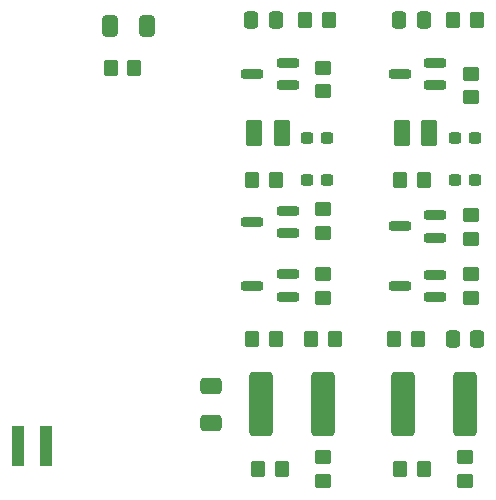
<source format=gtp>
%TF.GenerationSoftware,KiCad,Pcbnew,9.0.4*%
%TF.CreationDate,2025-09-14T16:42:59+08:00*%
%TF.ProjectId,YUV Circuit,59555620-4369-4726-9375-69742e6b6963,rev?*%
%TF.SameCoordinates,Original*%
%TF.FileFunction,Paste,Top*%
%TF.FilePolarity,Positive*%
%FSLAX46Y46*%
G04 Gerber Fmt 4.6, Leading zero omitted, Abs format (unit mm)*
G04 Created by KiCad (PCBNEW 9.0.4) date 2025-09-14 16:42:59*
%MOMM*%
%LPD*%
G01*
G04 APERTURE LIST*
G04 Aperture macros list*
%AMRoundRect*
0 Rectangle with rounded corners*
0 $1 Rounding radius*
0 $2 $3 $4 $5 $6 $7 $8 $9 X,Y pos of 4 corners*
0 Add a 4 corners polygon primitive as box body*
4,1,4,$2,$3,$4,$5,$6,$7,$8,$9,$2,$3,0*
0 Add four circle primitives for the rounded corners*
1,1,$1+$1,$2,$3*
1,1,$1+$1,$4,$5*
1,1,$1+$1,$6,$7*
1,1,$1+$1,$8,$9*
0 Add four rect primitives between the rounded corners*
20,1,$1+$1,$2,$3,$4,$5,0*
20,1,$1+$1,$4,$5,$6,$7,0*
20,1,$1+$1,$6,$7,$8,$9,0*
20,1,$1+$1,$8,$9,$2,$3,0*%
G04 Aperture macros list end*
%ADD10RoundRect,0.250000X0.350000X0.450000X-0.350000X0.450000X-0.350000X-0.450000X0.350000X-0.450000X0*%
%ADD11RoundRect,0.250000X-0.450000X0.350000X-0.450000X-0.350000X0.450000X-0.350000X0.450000X0.350000X0*%
%ADD12RoundRect,0.249999X0.737501X2.450001X-0.737501X2.450001X-0.737501X-2.450001X0.737501X-2.450001X0*%
%ADD13RoundRect,0.250000X-0.337500X-0.475000X0.337500X-0.475000X0.337500X0.475000X-0.337500X0.475000X0*%
%ADD14R,0.980000X3.400000*%
%ADD15RoundRect,0.250000X-0.350000X-0.450000X0.350000X-0.450000X0.350000X0.450000X-0.350000X0.450000X0*%
%ADD16RoundRect,0.200000X0.750000X0.200000X-0.750000X0.200000X-0.750000X-0.200000X0.750000X-0.200000X0*%
%ADD17RoundRect,0.250001X-0.462499X-0.849999X0.462499X-0.849999X0.462499X0.849999X-0.462499X0.849999X0*%
%ADD18RoundRect,0.250000X-0.412500X-0.650000X0.412500X-0.650000X0.412500X0.650000X-0.412500X0.650000X0*%
%ADD19RoundRect,0.250000X0.337500X0.475000X-0.337500X0.475000X-0.337500X-0.475000X0.337500X-0.475000X0*%
%ADD20RoundRect,0.237500X0.300000X0.237500X-0.300000X0.237500X-0.300000X-0.237500X0.300000X-0.237500X0*%
%ADD21RoundRect,0.250000X-0.650000X0.412500X-0.650000X-0.412500X0.650000X-0.412500X0.650000X0.412500X0*%
G04 APERTURE END LIST*
D10*
%TO.C,RR7*%
X182500000Y-106500000D03*
X184500000Y-106500000D03*
%TD*%
D11*
%TO.C,RR8*%
X188500000Y-99500000D03*
X188500000Y-97500000D03*
%TD*%
D12*
%TO.C,CR1*%
X182725000Y-125500000D03*
X188000000Y-125500000D03*
%TD*%
D13*
%TO.C,RR2*%
X189037500Y-120000000D03*
X186962500Y-120000000D03*
%TD*%
D14*
%TO.C,L81*%
X152500000Y-129000000D03*
X150130000Y-129000000D03*
%TD*%
D15*
%TO.C,RY1*%
X160000000Y-97000000D03*
X158000000Y-97000000D03*
%TD*%
%TO.C,RR1*%
X184500000Y-131000000D03*
X182500000Y-131000000D03*
%TD*%
%TO.C,RR9*%
X187000000Y-93000000D03*
X189000000Y-93000000D03*
%TD*%
D11*
%TO.C,RR6*%
X188500000Y-109500000D03*
X188500000Y-111500000D03*
%TD*%
%TO.C,RR5*%
X188500000Y-114500000D03*
X188500000Y-116500000D03*
%TD*%
D10*
%TO.C,RR4*%
X184000000Y-120000000D03*
X182000000Y-120000000D03*
%TD*%
D11*
%TO.C,RR3*%
X188000000Y-130000000D03*
X188000000Y-132000000D03*
%TD*%
D15*
%TO.C,RB9*%
X174500000Y-93000000D03*
X176500000Y-93000000D03*
%TD*%
D11*
%TO.C,RB8*%
X176000000Y-97000000D03*
X176000000Y-99000000D03*
%TD*%
D10*
%TO.C,RB7*%
X172000000Y-106500000D03*
X170000000Y-106500000D03*
%TD*%
D11*
%TO.C,RB6*%
X176000000Y-109000000D03*
X176000000Y-111000000D03*
%TD*%
%TO.C,RB5*%
X176000000Y-114500000D03*
X176000000Y-116500000D03*
%TD*%
D10*
%TO.C,RB4*%
X172000000Y-120000000D03*
X170000000Y-120000000D03*
%TD*%
D11*
%TO.C,RB3*%
X176000000Y-130000000D03*
X176000000Y-132000000D03*
%TD*%
D15*
%TO.C,RB2*%
X175000000Y-120000000D03*
X177000000Y-120000000D03*
%TD*%
%TO.C,RB1*%
X170500000Y-131000000D03*
X172500000Y-131000000D03*
%TD*%
D16*
%TO.C,QR3*%
X185500000Y-98500000D03*
X185500000Y-96600000D03*
X182500000Y-97550000D03*
%TD*%
%TO.C,QR2*%
X185500000Y-111400000D03*
X185500000Y-109500000D03*
X182500000Y-110450000D03*
%TD*%
%TO.C,QR1*%
X185500000Y-116450000D03*
X185500000Y-114550000D03*
X182500000Y-115500000D03*
%TD*%
%TO.C,QB3*%
X173000000Y-98500000D03*
X173000000Y-96600000D03*
X170000000Y-97550000D03*
%TD*%
%TO.C,QB2*%
X173000000Y-111000000D03*
X173000000Y-109100000D03*
X170000000Y-110050000D03*
%TD*%
%TO.C,QB1*%
X173000000Y-116400000D03*
X173000000Y-114500000D03*
X170000000Y-115450000D03*
%TD*%
D17*
%TO.C,LR1*%
X182675000Y-102500000D03*
X185000000Y-102500000D03*
%TD*%
%TO.C,LB1*%
X170175000Y-102500000D03*
X172500000Y-102500000D03*
%TD*%
D18*
%TO.C,CY1*%
X157937500Y-93500000D03*
X161062500Y-93500000D03*
%TD*%
D19*
%TO.C,CR4*%
X184537500Y-93000000D03*
X182462500Y-93000000D03*
%TD*%
D20*
%TO.C,CR3*%
X188862500Y-103000000D03*
X187137500Y-103000000D03*
%TD*%
%TO.C,CR2*%
X188862500Y-106500000D03*
X187137500Y-106500000D03*
%TD*%
D19*
%TO.C,CB4*%
X172000000Y-93000000D03*
X169925000Y-93000000D03*
%TD*%
D20*
%TO.C,CB3*%
X176362500Y-103000000D03*
X174637500Y-103000000D03*
%TD*%
%TO.C,CB2*%
X176362500Y-106500000D03*
X174637500Y-106500000D03*
%TD*%
D12*
%TO.C,CB1*%
X176000000Y-125500000D03*
X170725000Y-125500000D03*
%TD*%
D21*
%TO.C,C82*%
X166500000Y-123937500D03*
X166500000Y-127062500D03*
%TD*%
M02*

</source>
